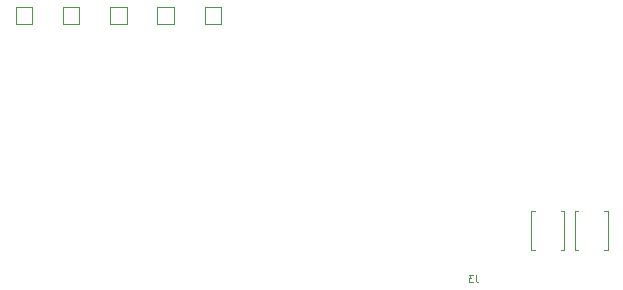
<source format=gbr>
%TF.GenerationSoftware,KiCad,Pcbnew,(5.99.0-11174-ge2a2c3282a)*%
%TF.CreationDate,2021-07-05T21:59:08+02:00*%
%TF.ProjectId,flatlight_rev20_ESIDE,666c6174-6c69-4676-9874-5f7265763230,rev?*%
%TF.SameCoordinates,Original*%
%TF.FileFunction,Legend,Bot*%
%TF.FilePolarity,Positive*%
%FSLAX46Y46*%
G04 Gerber Fmt 4.6, Leading zero omitted, Abs format (unit mm)*
G04 Created by KiCad (PCBNEW (5.99.0-11174-ge2a2c3282a)) date 2021-07-05 21:59:08*
%MOMM*%
%LPD*%
G01*
G04 APERTURE LIST*
%ADD10C,0.100000*%
%ADD11C,0.120000*%
G04 APERTURE END LIST*
D10*
%TO.C,J3*%
X102150000Y-130971428D02*
X102150000Y-131400000D01*
X102178571Y-131485714D01*
X102235714Y-131542857D01*
X102321428Y-131571428D01*
X102378571Y-131571428D01*
X101921428Y-130971428D02*
X101550000Y-130971428D01*
X101750000Y-131200000D01*
X101664285Y-131200000D01*
X101607142Y-131228571D01*
X101578571Y-131257142D01*
X101550000Y-131314285D01*
X101550000Y-131457142D01*
X101578571Y-131514285D01*
X101607142Y-131542857D01*
X101664285Y-131571428D01*
X101835714Y-131571428D01*
X101892857Y-131542857D01*
X101921428Y-131514285D01*
D11*
%TO.C,SW1*%
X110550000Y-125500000D02*
X110550000Y-128800000D01*
X113350000Y-128800000D02*
X113050000Y-128800000D01*
X110550000Y-128800000D02*
X110850000Y-128800000D01*
X113350000Y-125500000D02*
X113350000Y-128800000D01*
X113050000Y-125500000D02*
X113350000Y-125500000D01*
X110850000Y-125500000D02*
X110550000Y-125500000D01*
%TO.C,SW2*%
X109350000Y-128800000D02*
X109650000Y-128800000D01*
X106850000Y-125500000D02*
X107150000Y-125500000D01*
X107150000Y-128800000D02*
X106850000Y-128800000D01*
X109650000Y-125500000D02*
X109350000Y-125500000D01*
X109650000Y-128800000D02*
X109650000Y-125500000D01*
X106850000Y-128800000D02*
X106850000Y-125500000D01*
%TO.C,TP1*%
X79200000Y-108250000D02*
X79200000Y-109650000D01*
X80600000Y-108250000D02*
X79200000Y-108250000D01*
X79200000Y-109650000D02*
X80600000Y-109650000D01*
X80600000Y-109650000D02*
X80600000Y-108250000D01*
%TO.C,TP2*%
X72600000Y-108250000D02*
X71200000Y-108250000D01*
X71200000Y-109650000D02*
X72600000Y-109650000D01*
X72600000Y-109650000D02*
X72600000Y-108250000D01*
X71200000Y-108250000D02*
X71200000Y-109650000D01*
%TO.C,TP3*%
X68600000Y-109650000D02*
X68600000Y-108250000D01*
X68600000Y-108250000D02*
X67200000Y-108250000D01*
X67200000Y-109650000D02*
X68600000Y-109650000D01*
X67200000Y-108250000D02*
X67200000Y-109650000D01*
%TO.C,TP4*%
X64600000Y-109650000D02*
X64600000Y-108250000D01*
X64600000Y-108250000D02*
X63200000Y-108250000D01*
X63200000Y-109650000D02*
X64600000Y-109650000D01*
X63200000Y-108250000D02*
X63200000Y-109650000D01*
%TO.C,TP6*%
X76600000Y-109650000D02*
X76600000Y-108250000D01*
X76600000Y-108250000D02*
X75200000Y-108250000D01*
X75200000Y-109650000D02*
X76600000Y-109650000D01*
X75200000Y-108250000D02*
X75200000Y-109650000D01*
%TD*%
M02*

</source>
